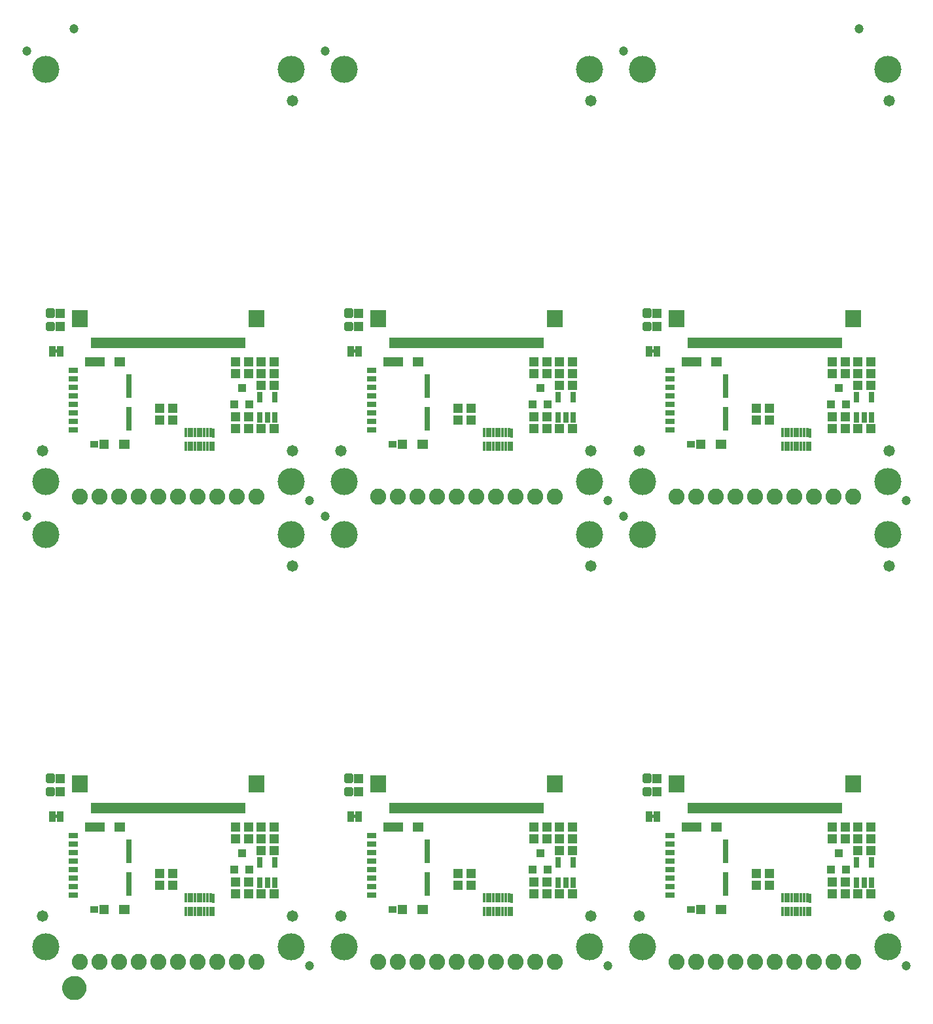
<source format=gts>
G75*
%MOIN*%
%OFA0B0*%
%FSLAX25Y25*%
%IPPOS*%
%LPD*%
%AMOC8*
5,1,8,0,0,1.08239X$1,22.5*
%
%ADD10R,0.01587X0.05131*%
%ADD11R,0.01587X0.04737*%
%ADD12R,0.02965X0.05524*%
%ADD13R,0.05131X0.04737*%
%ADD14R,0.03950X0.04343*%
%ADD15C,0.08200*%
%ADD16C,0.13800*%
%ADD17C,0.04737*%
%ADD18R,0.01981X0.05524*%
%ADD19R,0.07874X0.08661*%
%ADD20R,0.04737X0.02769*%
%ADD21R,0.03871X0.03635*%
%ADD22R,0.05052X0.04934*%
%ADD23R,0.05524X0.04934*%
%ADD24R,0.10209X0.04934*%
%ADD25R,0.02965X0.12257*%
%ADD26C,0.01990*%
%ADD27R,0.04737X0.05131*%
%ADD28R,0.03300X0.05800*%
%ADD29C,0.00500*%
%ADD30C,0.05800*%
%ADD31C,0.05000*%
%ADD32C,0.06706*%
D10*
X0153928Y0131796D03*
X0305928Y0131796D03*
X0457928Y0131796D03*
X0457928Y0368796D03*
X0305928Y0368796D03*
X0153928Y0368796D03*
D11*
X0152354Y0368993D03*
X0150779Y0368993D03*
X0149204Y0368993D03*
X0147629Y0368993D03*
X0146054Y0368993D03*
X0144480Y0368993D03*
X0142905Y0368993D03*
X0141330Y0368993D03*
X0139755Y0368993D03*
X0139755Y0361906D03*
X0141330Y0361906D03*
X0142905Y0361906D03*
X0144480Y0361906D03*
X0146054Y0361906D03*
X0147629Y0361906D03*
X0149204Y0361906D03*
X0150779Y0361906D03*
X0152354Y0361906D03*
X0153928Y0361906D03*
X0291755Y0361906D03*
X0293330Y0361906D03*
X0294905Y0361906D03*
X0296480Y0361906D03*
X0298054Y0361906D03*
X0299629Y0361906D03*
X0301204Y0361906D03*
X0302779Y0361906D03*
X0304354Y0361906D03*
X0305928Y0361906D03*
X0304354Y0368993D03*
X0302779Y0368993D03*
X0301204Y0368993D03*
X0299629Y0368993D03*
X0298054Y0368993D03*
X0296480Y0368993D03*
X0294905Y0368993D03*
X0293330Y0368993D03*
X0291755Y0368993D03*
X0443755Y0368993D03*
X0445330Y0368993D03*
X0446905Y0368993D03*
X0448480Y0368993D03*
X0450054Y0368993D03*
X0451629Y0368993D03*
X0453204Y0368993D03*
X0454779Y0368993D03*
X0456354Y0368993D03*
X0456354Y0361906D03*
X0457928Y0361906D03*
X0454779Y0361906D03*
X0453204Y0361906D03*
X0451629Y0361906D03*
X0450054Y0361906D03*
X0448480Y0361906D03*
X0446905Y0361906D03*
X0445330Y0361906D03*
X0443755Y0361906D03*
X0443755Y0131993D03*
X0445330Y0131993D03*
X0446905Y0131993D03*
X0448480Y0131993D03*
X0450054Y0131993D03*
X0451629Y0131993D03*
X0453204Y0131993D03*
X0454779Y0131993D03*
X0456354Y0131993D03*
X0456354Y0124906D03*
X0457928Y0124906D03*
X0454779Y0124906D03*
X0453204Y0124906D03*
X0451629Y0124906D03*
X0450054Y0124906D03*
X0448480Y0124906D03*
X0446905Y0124906D03*
X0445330Y0124906D03*
X0443755Y0124906D03*
X0305928Y0124906D03*
X0304354Y0124906D03*
X0302779Y0124906D03*
X0301204Y0124906D03*
X0299629Y0124906D03*
X0298054Y0124906D03*
X0296480Y0124906D03*
X0294905Y0124906D03*
X0293330Y0124906D03*
X0291755Y0124906D03*
X0291755Y0131993D03*
X0293330Y0131993D03*
X0294905Y0131993D03*
X0296480Y0131993D03*
X0298054Y0131993D03*
X0299629Y0131993D03*
X0301204Y0131993D03*
X0302779Y0131993D03*
X0304354Y0131993D03*
X0153928Y0124906D03*
X0152354Y0124906D03*
X0150779Y0124906D03*
X0149204Y0124906D03*
X0147629Y0124906D03*
X0146054Y0124906D03*
X0144480Y0124906D03*
X0142905Y0124906D03*
X0141330Y0124906D03*
X0139755Y0124906D03*
X0139755Y0131993D03*
X0141330Y0131993D03*
X0142905Y0131993D03*
X0144480Y0131993D03*
X0146054Y0131993D03*
X0147629Y0131993D03*
X0149204Y0131993D03*
X0150779Y0131993D03*
X0152354Y0131993D03*
D12*
X0177602Y0139731D03*
X0181342Y0139731D03*
X0185082Y0139731D03*
X0185082Y0149968D03*
X0177602Y0149968D03*
X0329602Y0149968D03*
X0337082Y0149968D03*
X0337082Y0139731D03*
X0333342Y0139731D03*
X0329602Y0139731D03*
X0481602Y0139731D03*
X0485342Y0139731D03*
X0489082Y0139731D03*
X0489082Y0149968D03*
X0481602Y0149968D03*
X0481602Y0376731D03*
X0485342Y0376731D03*
X0489082Y0376731D03*
X0489082Y0386968D03*
X0481602Y0386968D03*
X0337082Y0386968D03*
X0329602Y0386968D03*
X0329602Y0376731D03*
X0333342Y0376731D03*
X0337082Y0376731D03*
X0185082Y0376731D03*
X0181342Y0376731D03*
X0177602Y0376731D03*
X0177602Y0386968D03*
X0185082Y0386968D03*
D13*
X0184688Y0392950D03*
X0184688Y0398950D03*
X0184688Y0404950D03*
X0177995Y0404950D03*
X0177995Y0398950D03*
X0177995Y0392950D03*
X0171688Y0398950D03*
X0171688Y0404950D03*
X0164995Y0404950D03*
X0164995Y0398950D03*
X0164995Y0376950D03*
X0164995Y0370950D03*
X0171688Y0370950D03*
X0171688Y0376950D03*
X0177995Y0370950D03*
X0184688Y0370950D03*
X0133188Y0375450D03*
X0133188Y0381450D03*
X0126495Y0381450D03*
X0126495Y0375450D03*
X0278495Y0375450D03*
X0278495Y0381450D03*
X0285188Y0381450D03*
X0285188Y0375450D03*
X0316995Y0376950D03*
X0316995Y0370950D03*
X0323688Y0370950D03*
X0323688Y0376950D03*
X0329995Y0370950D03*
X0336688Y0370950D03*
X0336688Y0392950D03*
X0336688Y0398950D03*
X0336688Y0404950D03*
X0329995Y0404950D03*
X0329995Y0398950D03*
X0329995Y0392950D03*
X0323688Y0398950D03*
X0323688Y0404950D03*
X0316995Y0404950D03*
X0316995Y0398950D03*
X0430495Y0381450D03*
X0430495Y0375450D03*
X0437188Y0375450D03*
X0437188Y0381450D03*
X0468995Y0376950D03*
X0468995Y0370950D03*
X0475688Y0370950D03*
X0475688Y0376950D03*
X0481995Y0370950D03*
X0488688Y0370950D03*
X0488688Y0392950D03*
X0488688Y0398950D03*
X0488688Y0404950D03*
X0481995Y0404950D03*
X0481995Y0398950D03*
X0481995Y0392950D03*
X0475688Y0398950D03*
X0475688Y0404950D03*
X0468995Y0404950D03*
X0468995Y0398950D03*
X0468995Y0167950D03*
X0468995Y0161950D03*
X0475688Y0161950D03*
X0475688Y0167950D03*
X0481995Y0167950D03*
X0481995Y0161950D03*
X0481995Y0155950D03*
X0488688Y0155950D03*
X0488688Y0161950D03*
X0488688Y0167950D03*
X0475688Y0139950D03*
X0475688Y0133950D03*
X0468995Y0133950D03*
X0468995Y0139950D03*
X0481995Y0133950D03*
X0488688Y0133950D03*
X0437188Y0138450D03*
X0437188Y0144450D03*
X0430495Y0144450D03*
X0430495Y0138450D03*
X0336688Y0133950D03*
X0329995Y0133950D03*
X0323688Y0133950D03*
X0323688Y0139950D03*
X0316995Y0139950D03*
X0316995Y0133950D03*
X0329995Y0155950D03*
X0329995Y0161950D03*
X0329995Y0167950D03*
X0323688Y0167950D03*
X0323688Y0161950D03*
X0316995Y0161950D03*
X0316995Y0167950D03*
X0336688Y0167950D03*
X0336688Y0161950D03*
X0336688Y0155950D03*
X0285188Y0144450D03*
X0285188Y0138450D03*
X0278495Y0138450D03*
X0278495Y0144450D03*
X0184688Y0133950D03*
X0177995Y0133950D03*
X0171688Y0133950D03*
X0171688Y0139950D03*
X0164995Y0139950D03*
X0164995Y0133950D03*
X0177995Y0155950D03*
X0177995Y0161950D03*
X0177995Y0167950D03*
X0171688Y0167950D03*
X0171688Y0161950D03*
X0164995Y0161950D03*
X0164995Y0167950D03*
X0184688Y0167950D03*
X0184688Y0161950D03*
X0184688Y0155950D03*
X0133188Y0144450D03*
X0133188Y0138450D03*
X0126495Y0138450D03*
X0126495Y0144450D03*
D14*
X0164602Y0146513D03*
X0172082Y0146513D03*
X0168342Y0154780D03*
X0316602Y0146513D03*
X0324082Y0146513D03*
X0320342Y0154780D03*
X0468602Y0146513D03*
X0472342Y0154780D03*
X0476082Y0146513D03*
X0476082Y0383513D03*
X0472342Y0391780D03*
X0468602Y0383513D03*
X0324082Y0383513D03*
X0316602Y0383513D03*
X0320342Y0391780D03*
X0172082Y0383513D03*
X0164602Y0383513D03*
X0168342Y0391780D03*
D15*
X0165842Y0336450D03*
X0155842Y0336450D03*
X0145842Y0336450D03*
X0135842Y0336450D03*
X0125842Y0336450D03*
X0115842Y0336450D03*
X0105842Y0336450D03*
X0095842Y0336450D03*
X0085842Y0336450D03*
X0175842Y0336450D03*
X0237842Y0336450D03*
X0247842Y0336450D03*
X0257842Y0336450D03*
X0267842Y0336450D03*
X0277842Y0336450D03*
X0287842Y0336450D03*
X0297842Y0336450D03*
X0307842Y0336450D03*
X0317842Y0336450D03*
X0327842Y0336450D03*
X0389842Y0336450D03*
X0399842Y0336450D03*
X0409842Y0336450D03*
X0419842Y0336450D03*
X0429842Y0336450D03*
X0439842Y0336450D03*
X0449842Y0336450D03*
X0459842Y0336450D03*
X0469842Y0336450D03*
X0479842Y0336450D03*
X0479842Y0099450D03*
X0469842Y0099450D03*
X0459842Y0099450D03*
X0449842Y0099450D03*
X0439842Y0099450D03*
X0429842Y0099450D03*
X0419842Y0099450D03*
X0409842Y0099450D03*
X0399842Y0099450D03*
X0389842Y0099450D03*
X0327842Y0099450D03*
X0317842Y0099450D03*
X0307842Y0099450D03*
X0297842Y0099450D03*
X0287842Y0099450D03*
X0277842Y0099450D03*
X0267842Y0099450D03*
X0257842Y0099450D03*
X0247842Y0099450D03*
X0237842Y0099450D03*
X0175842Y0099450D03*
X0165842Y0099450D03*
X0155842Y0099450D03*
X0145842Y0099450D03*
X0135842Y0099450D03*
X0125842Y0099450D03*
X0115842Y0099450D03*
X0105842Y0099450D03*
X0095842Y0099450D03*
X0085842Y0099450D03*
D16*
X0068342Y0106950D03*
X0193342Y0106950D03*
X0220342Y0106950D03*
X0345342Y0106950D03*
X0372342Y0106950D03*
X0497342Y0106950D03*
X0497342Y0316950D03*
X0497342Y0343950D03*
X0372342Y0343950D03*
X0345342Y0343950D03*
X0345342Y0316950D03*
X0372342Y0316950D03*
X0220342Y0316950D03*
X0193342Y0316950D03*
X0193342Y0343950D03*
X0220342Y0343950D03*
X0068342Y0343950D03*
X0068342Y0316950D03*
X0068342Y0553950D03*
X0193342Y0553950D03*
X0220342Y0553950D03*
X0345342Y0553950D03*
X0372342Y0553950D03*
X0497342Y0553950D03*
D17*
X0482842Y0574700D03*
X0362842Y0563450D03*
X0210842Y0563450D03*
X0082842Y0574700D03*
X0058842Y0563450D03*
X0202842Y0334450D03*
X0210842Y0326450D03*
X0354842Y0334450D03*
X0362842Y0326450D03*
X0506842Y0334450D03*
X0506842Y0097450D03*
X0354842Y0097450D03*
X0202842Y0097450D03*
X0058842Y0326450D03*
D18*
X0092456Y0414587D03*
X0094424Y0414587D03*
X0096393Y0414587D03*
X0098361Y0414587D03*
X0100330Y0414587D03*
X0102298Y0414587D03*
X0104267Y0414587D03*
X0106236Y0414587D03*
X0108204Y0414587D03*
X0110173Y0414587D03*
X0112141Y0414587D03*
X0114110Y0414587D03*
X0116078Y0414587D03*
X0118047Y0414587D03*
X0120015Y0414587D03*
X0121984Y0414587D03*
X0123952Y0414587D03*
X0125921Y0414587D03*
X0127889Y0414587D03*
X0129858Y0414587D03*
X0131826Y0414587D03*
X0133795Y0414587D03*
X0135763Y0414587D03*
X0137732Y0414587D03*
X0139700Y0414587D03*
X0141669Y0414587D03*
X0143637Y0414587D03*
X0145606Y0414587D03*
X0147574Y0414587D03*
X0149543Y0414587D03*
X0151511Y0414587D03*
X0153480Y0414587D03*
X0155448Y0414587D03*
X0157417Y0414587D03*
X0159385Y0414587D03*
X0161354Y0414587D03*
X0163322Y0414587D03*
X0165291Y0414587D03*
X0167259Y0414587D03*
X0169228Y0414587D03*
X0244456Y0414587D03*
X0246424Y0414587D03*
X0248393Y0414587D03*
X0250361Y0414587D03*
X0252330Y0414587D03*
X0254298Y0414587D03*
X0256267Y0414587D03*
X0258236Y0414587D03*
X0260204Y0414587D03*
X0262173Y0414587D03*
X0264141Y0414587D03*
X0266110Y0414587D03*
X0268078Y0414587D03*
X0270047Y0414587D03*
X0272015Y0414587D03*
X0273984Y0414587D03*
X0275952Y0414587D03*
X0277921Y0414587D03*
X0279889Y0414587D03*
X0281858Y0414587D03*
X0283826Y0414587D03*
X0285795Y0414587D03*
X0287763Y0414587D03*
X0289732Y0414587D03*
X0291700Y0414587D03*
X0293669Y0414587D03*
X0295637Y0414587D03*
X0297606Y0414587D03*
X0299574Y0414587D03*
X0301543Y0414587D03*
X0303511Y0414587D03*
X0305480Y0414587D03*
X0307448Y0414587D03*
X0309417Y0414587D03*
X0311385Y0414587D03*
X0313354Y0414587D03*
X0315322Y0414587D03*
X0317291Y0414587D03*
X0319259Y0414587D03*
X0321228Y0414587D03*
X0396456Y0414587D03*
X0398424Y0414587D03*
X0400393Y0414587D03*
X0402361Y0414587D03*
X0404330Y0414587D03*
X0406298Y0414587D03*
X0408267Y0414587D03*
X0410236Y0414587D03*
X0412204Y0414587D03*
X0414173Y0414587D03*
X0416141Y0414587D03*
X0418110Y0414587D03*
X0420078Y0414587D03*
X0422047Y0414587D03*
X0424015Y0414587D03*
X0425984Y0414587D03*
X0427952Y0414587D03*
X0429921Y0414587D03*
X0431889Y0414587D03*
X0433858Y0414587D03*
X0435826Y0414587D03*
X0437795Y0414587D03*
X0439763Y0414587D03*
X0441732Y0414587D03*
X0443700Y0414587D03*
X0445669Y0414587D03*
X0447637Y0414587D03*
X0449606Y0414587D03*
X0451574Y0414587D03*
X0453543Y0414587D03*
X0455511Y0414587D03*
X0457480Y0414587D03*
X0459448Y0414587D03*
X0461417Y0414587D03*
X0463385Y0414587D03*
X0465354Y0414587D03*
X0467322Y0414587D03*
X0469291Y0414587D03*
X0471259Y0414587D03*
X0473228Y0414587D03*
X0473228Y0177587D03*
X0471259Y0177587D03*
X0469291Y0177587D03*
X0467322Y0177587D03*
X0465354Y0177587D03*
X0463385Y0177587D03*
X0461417Y0177587D03*
X0459448Y0177587D03*
X0457480Y0177587D03*
X0455511Y0177587D03*
X0453543Y0177587D03*
X0451574Y0177587D03*
X0449606Y0177587D03*
X0447637Y0177587D03*
X0445669Y0177587D03*
X0443700Y0177587D03*
X0441732Y0177587D03*
X0439763Y0177587D03*
X0437795Y0177587D03*
X0435826Y0177587D03*
X0433858Y0177587D03*
X0431889Y0177587D03*
X0429921Y0177587D03*
X0427952Y0177587D03*
X0425984Y0177587D03*
X0424015Y0177587D03*
X0422047Y0177587D03*
X0420078Y0177587D03*
X0418110Y0177587D03*
X0416141Y0177587D03*
X0414173Y0177587D03*
X0412204Y0177587D03*
X0410236Y0177587D03*
X0408267Y0177587D03*
X0406298Y0177587D03*
X0404330Y0177587D03*
X0402361Y0177587D03*
X0400393Y0177587D03*
X0398424Y0177587D03*
X0396456Y0177587D03*
X0321228Y0177587D03*
X0319259Y0177587D03*
X0317291Y0177587D03*
X0315322Y0177587D03*
X0313354Y0177587D03*
X0311385Y0177587D03*
X0309417Y0177587D03*
X0307448Y0177587D03*
X0305480Y0177587D03*
X0303511Y0177587D03*
X0301543Y0177587D03*
X0299574Y0177587D03*
X0297606Y0177587D03*
X0295637Y0177587D03*
X0293669Y0177587D03*
X0291700Y0177587D03*
X0289732Y0177587D03*
X0287763Y0177587D03*
X0285795Y0177587D03*
X0283826Y0177587D03*
X0281858Y0177587D03*
X0279889Y0177587D03*
X0277921Y0177587D03*
X0275952Y0177587D03*
X0273984Y0177587D03*
X0272015Y0177587D03*
X0270047Y0177587D03*
X0268078Y0177587D03*
X0266110Y0177587D03*
X0264141Y0177587D03*
X0262173Y0177587D03*
X0260204Y0177587D03*
X0258236Y0177587D03*
X0256267Y0177587D03*
X0254298Y0177587D03*
X0252330Y0177587D03*
X0250361Y0177587D03*
X0248393Y0177587D03*
X0246424Y0177587D03*
X0244456Y0177587D03*
X0169228Y0177587D03*
X0167259Y0177587D03*
X0165291Y0177587D03*
X0163322Y0177587D03*
X0161354Y0177587D03*
X0159385Y0177587D03*
X0157417Y0177587D03*
X0155448Y0177587D03*
X0153480Y0177587D03*
X0151511Y0177587D03*
X0149543Y0177587D03*
X0147574Y0177587D03*
X0145606Y0177587D03*
X0143637Y0177587D03*
X0141669Y0177587D03*
X0139700Y0177587D03*
X0137732Y0177587D03*
X0135763Y0177587D03*
X0133795Y0177587D03*
X0131826Y0177587D03*
X0129858Y0177587D03*
X0127889Y0177587D03*
X0125921Y0177587D03*
X0123952Y0177587D03*
X0121984Y0177587D03*
X0120015Y0177587D03*
X0118047Y0177587D03*
X0116078Y0177587D03*
X0114110Y0177587D03*
X0112141Y0177587D03*
X0110173Y0177587D03*
X0108204Y0177587D03*
X0106236Y0177587D03*
X0104267Y0177587D03*
X0102298Y0177587D03*
X0100330Y0177587D03*
X0098361Y0177587D03*
X0096393Y0177587D03*
X0094424Y0177587D03*
X0092456Y0177587D03*
D19*
X0085960Y0189989D03*
X0175724Y0189989D03*
X0237960Y0189989D03*
X0327724Y0189989D03*
X0389960Y0189989D03*
X0479724Y0189989D03*
X0479724Y0426989D03*
X0389960Y0426989D03*
X0327724Y0426989D03*
X0237960Y0426989D03*
X0175724Y0426989D03*
X0085960Y0426989D03*
D20*
X0082495Y0400544D03*
X0082495Y0396213D03*
X0082495Y0391883D03*
X0082495Y0387552D03*
X0082495Y0383221D03*
X0082495Y0378891D03*
X0082495Y0374560D03*
X0082495Y0370229D03*
X0234495Y0370229D03*
X0234495Y0374560D03*
X0234495Y0378891D03*
X0234495Y0383221D03*
X0234495Y0387552D03*
X0234495Y0391883D03*
X0234495Y0396213D03*
X0234495Y0400544D03*
X0386495Y0400544D03*
X0386495Y0396213D03*
X0386495Y0391883D03*
X0386495Y0387552D03*
X0386495Y0383221D03*
X0386495Y0378891D03*
X0386495Y0374560D03*
X0386495Y0370229D03*
X0386495Y0163544D03*
X0386495Y0159213D03*
X0386495Y0154883D03*
X0386495Y0150552D03*
X0386495Y0146221D03*
X0386495Y0141891D03*
X0386495Y0137560D03*
X0386495Y0133229D03*
X0234495Y0133229D03*
X0234495Y0137560D03*
X0234495Y0141891D03*
X0234495Y0146221D03*
X0234495Y0150552D03*
X0234495Y0154883D03*
X0234495Y0159213D03*
X0234495Y0163544D03*
X0082495Y0163544D03*
X0082495Y0159213D03*
X0082495Y0154883D03*
X0082495Y0150552D03*
X0082495Y0146221D03*
X0082495Y0141891D03*
X0082495Y0137560D03*
X0082495Y0133229D03*
D21*
X0093047Y0126143D03*
X0245047Y0126143D03*
X0397047Y0126143D03*
X0397047Y0363143D03*
X0245047Y0363143D03*
X0093047Y0363143D03*
D22*
X0098047Y0363143D03*
X0250047Y0363143D03*
X0402047Y0363143D03*
X0402047Y0126143D03*
X0250047Y0126143D03*
X0098047Y0126143D03*
D23*
X0108322Y0126143D03*
X0106078Y0168170D03*
X0258078Y0168170D03*
X0260322Y0126143D03*
X0412322Y0126143D03*
X0410078Y0168170D03*
X0412322Y0363143D03*
X0410078Y0405170D03*
X0260322Y0363143D03*
X0258078Y0405170D03*
X0106078Y0405170D03*
X0108322Y0363143D03*
D24*
X0093539Y0405170D03*
X0245539Y0405170D03*
X0397539Y0405170D03*
X0397539Y0168170D03*
X0245539Y0168170D03*
X0093539Y0168170D03*
D25*
X0110980Y0155650D03*
X0110980Y0139154D03*
X0262980Y0139154D03*
X0262980Y0155650D03*
X0414980Y0155650D03*
X0414980Y0139154D03*
X0414980Y0376154D03*
X0414980Y0392650D03*
X0262980Y0392650D03*
X0262980Y0376154D03*
X0110980Y0376154D03*
X0110980Y0392650D03*
D26*
X0072215Y0421624D02*
X0069469Y0421624D01*
X0069469Y0424370D01*
X0072215Y0424370D01*
X0072215Y0421624D01*
X0072215Y0423514D02*
X0069469Y0423514D01*
X0069469Y0428529D02*
X0072215Y0428529D01*
X0069469Y0428529D02*
X0069469Y0431275D01*
X0072215Y0431275D01*
X0072215Y0428529D01*
X0072215Y0430419D02*
X0069469Y0430419D01*
X0221469Y0428529D02*
X0224215Y0428529D01*
X0221469Y0428529D02*
X0221469Y0431275D01*
X0224215Y0431275D01*
X0224215Y0428529D01*
X0224215Y0430419D02*
X0221469Y0430419D01*
X0221469Y0421624D02*
X0224215Y0421624D01*
X0221469Y0421624D02*
X0221469Y0424370D01*
X0224215Y0424370D01*
X0224215Y0421624D01*
X0224215Y0423514D02*
X0221469Y0423514D01*
X0373469Y0421624D02*
X0376215Y0421624D01*
X0373469Y0421624D02*
X0373469Y0424370D01*
X0376215Y0424370D01*
X0376215Y0421624D01*
X0376215Y0423514D02*
X0373469Y0423514D01*
X0373469Y0428529D02*
X0376215Y0428529D01*
X0373469Y0428529D02*
X0373469Y0431275D01*
X0376215Y0431275D01*
X0376215Y0428529D01*
X0376215Y0430419D02*
X0373469Y0430419D01*
X0373469Y0191529D02*
X0376215Y0191529D01*
X0373469Y0191529D02*
X0373469Y0194275D01*
X0376215Y0194275D01*
X0376215Y0191529D01*
X0376215Y0193419D02*
X0373469Y0193419D01*
X0373469Y0184624D02*
X0376215Y0184624D01*
X0373469Y0184624D02*
X0373469Y0187370D01*
X0376215Y0187370D01*
X0376215Y0184624D01*
X0376215Y0186514D02*
X0373469Y0186514D01*
X0224215Y0184624D02*
X0221469Y0184624D01*
X0221469Y0187370D01*
X0224215Y0187370D01*
X0224215Y0184624D01*
X0224215Y0186514D02*
X0221469Y0186514D01*
X0221469Y0191529D02*
X0224215Y0191529D01*
X0221469Y0191529D02*
X0221469Y0194275D01*
X0224215Y0194275D01*
X0224215Y0191529D01*
X0224215Y0193419D02*
X0221469Y0193419D01*
X0072215Y0191529D02*
X0069469Y0191529D01*
X0069469Y0194275D01*
X0072215Y0194275D01*
X0072215Y0191529D01*
X0072215Y0193419D02*
X0069469Y0193419D01*
X0069469Y0184624D02*
X0072215Y0184624D01*
X0069469Y0184624D02*
X0069469Y0187370D01*
X0072215Y0187370D01*
X0072215Y0184624D01*
X0072215Y0186514D02*
X0069469Y0186514D01*
D27*
X0075842Y0186103D03*
X0075842Y0192796D03*
X0227842Y0192796D03*
X0227842Y0186103D03*
X0379842Y0186103D03*
X0379842Y0192796D03*
X0379842Y0423103D03*
X0379842Y0429796D03*
X0227842Y0429796D03*
X0227842Y0423103D03*
X0075842Y0423103D03*
X0075842Y0429796D03*
D28*
X0075842Y0410450D03*
X0071842Y0410450D03*
X0223842Y0410450D03*
X0227842Y0410450D03*
X0375842Y0410450D03*
X0379842Y0410450D03*
X0379842Y0173450D03*
X0375842Y0173450D03*
X0227842Y0173450D03*
X0223842Y0173450D03*
X0075842Y0173450D03*
X0071842Y0173450D03*
D29*
X0073092Y0173214D02*
X0074592Y0173214D01*
X0074592Y0172950D02*
X0073092Y0172950D01*
X0073092Y0173950D01*
X0074592Y0173950D01*
X0074592Y0172950D01*
X0074592Y0173713D02*
X0073092Y0173713D01*
X0225092Y0173713D02*
X0226592Y0173713D01*
X0226592Y0173950D02*
X0226592Y0172950D01*
X0225092Y0172950D01*
X0225092Y0173950D01*
X0226592Y0173950D01*
X0226592Y0173214D02*
X0225092Y0173214D01*
X0377092Y0173214D02*
X0378592Y0173214D01*
X0378592Y0172950D02*
X0377092Y0172950D01*
X0377092Y0173950D01*
X0378592Y0173950D01*
X0378592Y0172950D01*
X0378592Y0173713D02*
X0377092Y0173713D01*
X0377092Y0409950D02*
X0377092Y0410950D01*
X0378592Y0410950D01*
X0378592Y0409950D01*
X0377092Y0409950D01*
X0377092Y0410007D02*
X0378592Y0410007D01*
X0378592Y0410506D02*
X0377092Y0410506D01*
X0226592Y0410506D02*
X0225092Y0410506D01*
X0225092Y0410950D02*
X0225092Y0409950D01*
X0226592Y0409950D01*
X0226592Y0410950D01*
X0225092Y0410950D01*
X0225092Y0410007D02*
X0226592Y0410007D01*
X0074592Y0410007D02*
X0073092Y0410007D01*
X0073092Y0409950D02*
X0073092Y0410950D01*
X0074592Y0410950D01*
X0074592Y0409950D01*
X0073092Y0409950D01*
X0073092Y0410506D02*
X0074592Y0410506D01*
D30*
X0066688Y0359757D03*
X0194247Y0359757D03*
X0218688Y0359757D03*
X0194247Y0301103D03*
X0346247Y0301103D03*
X0346247Y0359757D03*
X0370688Y0359757D03*
X0498247Y0359757D03*
X0498247Y0301103D03*
X0498247Y0122757D03*
X0370688Y0122757D03*
X0346247Y0122757D03*
X0218688Y0122757D03*
X0194247Y0122757D03*
X0066688Y0122757D03*
X0194247Y0538103D03*
X0346247Y0538103D03*
X0498247Y0538103D03*
D31*
X0079277Y0086200D02*
X0079279Y0086319D01*
X0079285Y0086438D01*
X0079295Y0086557D01*
X0079309Y0086675D01*
X0079327Y0086793D01*
X0079348Y0086910D01*
X0079374Y0087026D01*
X0079404Y0087142D01*
X0079437Y0087256D01*
X0079474Y0087369D01*
X0079515Y0087481D01*
X0079560Y0087592D01*
X0079608Y0087701D01*
X0079660Y0087808D01*
X0079716Y0087913D01*
X0079775Y0088017D01*
X0079837Y0088118D01*
X0079903Y0088218D01*
X0079972Y0088315D01*
X0080044Y0088409D01*
X0080120Y0088502D01*
X0080198Y0088591D01*
X0080279Y0088678D01*
X0080364Y0088763D01*
X0080451Y0088844D01*
X0080540Y0088922D01*
X0080633Y0088998D01*
X0080727Y0089070D01*
X0080824Y0089139D01*
X0080924Y0089205D01*
X0081025Y0089267D01*
X0081129Y0089326D01*
X0081234Y0089382D01*
X0081341Y0089434D01*
X0081450Y0089482D01*
X0081561Y0089527D01*
X0081673Y0089568D01*
X0081786Y0089605D01*
X0081900Y0089638D01*
X0082016Y0089668D01*
X0082132Y0089694D01*
X0082249Y0089715D01*
X0082367Y0089733D01*
X0082485Y0089747D01*
X0082604Y0089757D01*
X0082723Y0089763D01*
X0082842Y0089765D01*
X0082961Y0089763D01*
X0083080Y0089757D01*
X0083199Y0089747D01*
X0083317Y0089733D01*
X0083435Y0089715D01*
X0083552Y0089694D01*
X0083668Y0089668D01*
X0083784Y0089638D01*
X0083898Y0089605D01*
X0084011Y0089568D01*
X0084123Y0089527D01*
X0084234Y0089482D01*
X0084343Y0089434D01*
X0084450Y0089382D01*
X0084555Y0089326D01*
X0084659Y0089267D01*
X0084760Y0089205D01*
X0084860Y0089139D01*
X0084957Y0089070D01*
X0085051Y0088998D01*
X0085144Y0088922D01*
X0085233Y0088844D01*
X0085320Y0088763D01*
X0085405Y0088678D01*
X0085486Y0088591D01*
X0085564Y0088502D01*
X0085640Y0088409D01*
X0085712Y0088315D01*
X0085781Y0088218D01*
X0085847Y0088118D01*
X0085909Y0088017D01*
X0085968Y0087913D01*
X0086024Y0087808D01*
X0086076Y0087701D01*
X0086124Y0087592D01*
X0086169Y0087481D01*
X0086210Y0087369D01*
X0086247Y0087256D01*
X0086280Y0087142D01*
X0086310Y0087026D01*
X0086336Y0086910D01*
X0086357Y0086793D01*
X0086375Y0086675D01*
X0086389Y0086557D01*
X0086399Y0086438D01*
X0086405Y0086319D01*
X0086407Y0086200D01*
X0086405Y0086081D01*
X0086399Y0085962D01*
X0086389Y0085843D01*
X0086375Y0085725D01*
X0086357Y0085607D01*
X0086336Y0085490D01*
X0086310Y0085374D01*
X0086280Y0085258D01*
X0086247Y0085144D01*
X0086210Y0085031D01*
X0086169Y0084919D01*
X0086124Y0084808D01*
X0086076Y0084699D01*
X0086024Y0084592D01*
X0085968Y0084487D01*
X0085909Y0084383D01*
X0085847Y0084282D01*
X0085781Y0084182D01*
X0085712Y0084085D01*
X0085640Y0083991D01*
X0085564Y0083898D01*
X0085486Y0083809D01*
X0085405Y0083722D01*
X0085320Y0083637D01*
X0085233Y0083556D01*
X0085144Y0083478D01*
X0085051Y0083402D01*
X0084957Y0083330D01*
X0084860Y0083261D01*
X0084760Y0083195D01*
X0084659Y0083133D01*
X0084555Y0083074D01*
X0084450Y0083018D01*
X0084343Y0082966D01*
X0084234Y0082918D01*
X0084123Y0082873D01*
X0084011Y0082832D01*
X0083898Y0082795D01*
X0083784Y0082762D01*
X0083668Y0082732D01*
X0083552Y0082706D01*
X0083435Y0082685D01*
X0083317Y0082667D01*
X0083199Y0082653D01*
X0083080Y0082643D01*
X0082961Y0082637D01*
X0082842Y0082635D01*
X0082723Y0082637D01*
X0082604Y0082643D01*
X0082485Y0082653D01*
X0082367Y0082667D01*
X0082249Y0082685D01*
X0082132Y0082706D01*
X0082016Y0082732D01*
X0081900Y0082762D01*
X0081786Y0082795D01*
X0081673Y0082832D01*
X0081561Y0082873D01*
X0081450Y0082918D01*
X0081341Y0082966D01*
X0081234Y0083018D01*
X0081129Y0083074D01*
X0081025Y0083133D01*
X0080924Y0083195D01*
X0080824Y0083261D01*
X0080727Y0083330D01*
X0080633Y0083402D01*
X0080540Y0083478D01*
X0080451Y0083556D01*
X0080364Y0083637D01*
X0080279Y0083722D01*
X0080198Y0083809D01*
X0080120Y0083898D01*
X0080044Y0083991D01*
X0079972Y0084085D01*
X0079903Y0084182D01*
X0079837Y0084282D01*
X0079775Y0084383D01*
X0079716Y0084487D01*
X0079660Y0084592D01*
X0079608Y0084699D01*
X0079560Y0084808D01*
X0079515Y0084919D01*
X0079474Y0085031D01*
X0079437Y0085144D01*
X0079404Y0085258D01*
X0079374Y0085374D01*
X0079348Y0085490D01*
X0079327Y0085607D01*
X0079309Y0085725D01*
X0079295Y0085843D01*
X0079285Y0085962D01*
X0079279Y0086081D01*
X0079277Y0086200D01*
D32*
X0082842Y0086200D03*
M02*

</source>
